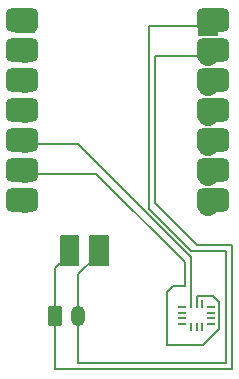
<source format=gbr>
%TF.GenerationSoftware,KiCad,Pcbnew,8.0.1*%
%TF.CreationDate,2024-04-18T20:01:03+02:00*%
%TF.ProjectId,jump,6a756d70-2e6b-4696-9361-645f70636258,rev?*%
%TF.SameCoordinates,Original*%
%TF.FileFunction,Copper,L1,Top*%
%TF.FilePolarity,Positive*%
%FSLAX46Y46*%
G04 Gerber Fmt 4.6, Leading zero omitted, Abs format (unit mm)*
G04 Created by KiCad (PCBNEW 8.0.1) date 2024-04-18 20:01:03*
%MOMM*%
%LPD*%
G01*
G04 APERTURE LIST*
G04 Aperture macros list*
%AMRoundRect*
0 Rectangle with rounded corners*
0 $1 Rounding radius*
0 $2 $3 $4 $5 $6 $7 $8 $9 X,Y pos of 4 corners*
0 Add a 4 corners polygon primitive as box body*
4,1,4,$2,$3,$4,$5,$6,$7,$8,$9,$2,$3,0*
0 Add four circle primitives for the rounded corners*
1,1,$1+$1,$2,$3*
1,1,$1+$1,$4,$5*
1,1,$1+$1,$6,$7*
1,1,$1+$1,$8,$9*
0 Add four rect primitives between the rounded corners*
20,1,$1+$1,$2,$3,$4,$5,0*
20,1,$1+$1,$4,$5,$6,$7,0*
20,1,$1+$1,$6,$7,$8,$9,0*
20,1,$1+$1,$8,$9,$2,$3,0*%
G04 Aperture macros list end*
%TA.AperFunction,NonConductor*%
%ADD10C,0.200000*%
%TD*%
%TA.AperFunction,Conductor*%
%ADD11C,0.200000*%
%TD*%
%TA.AperFunction,ComponentPad*%
%ADD12R,1.700000X1.700000*%
%TD*%
%TA.AperFunction,ComponentPad*%
%ADD13O,1.700000X1.700000*%
%TD*%
%TA.AperFunction,SMDPad,CuDef*%
%ADD14RoundRect,0.500000X-0.875000X-0.500000X0.875000X-0.500000X0.875000X0.500000X-0.875000X0.500000X0*%
%TD*%
%TA.AperFunction,SMDPad,CuDef*%
%ADD15R,0.250000X0.675000*%
%TD*%
%TA.AperFunction,SMDPad,CuDef*%
%ADD16R,0.675000X0.250000*%
%TD*%
%TA.AperFunction,ComponentPad*%
%ADD17O,1.200000X1.750000*%
%TD*%
%TA.AperFunction,ComponentPad*%
%ADD18RoundRect,0.250000X-0.350000X-0.625000X0.350000X-0.625000X0.350000X0.625000X-0.350000X0.625000X0*%
%TD*%
G04 APERTURE END LIST*
D10*
X76500000Y-58500000D02*
X80500000Y-58500000D01*
D11*
%TO.N,Net-(J1-Pin_1)*%
X76500000Y-71000000D02*
X76500000Y-58500000D01*
X80000000Y-74500000D02*
X76500000Y-71000000D01*
X83000000Y-74500000D02*
X80000000Y-74500000D01*
X83000000Y-85000000D02*
X83000000Y-74500000D01*
X68000000Y-85000000D02*
X83000000Y-85000000D01*
X68000000Y-80500000D02*
X68000000Y-85000000D01*
D10*
X80000000Y-56000000D02*
X80500000Y-56000000D01*
D11*
%TO.N,Net-(J1-Pin_2)*%
X76000000Y-56000000D02*
X80000000Y-56000000D01*
X76000000Y-71500000D02*
X76000000Y-56000000D01*
X79500000Y-75000000D02*
X76000000Y-71500000D01*
X82500000Y-75000000D02*
X79500000Y-75000000D01*
X82500000Y-84500000D02*
X82500000Y-75000000D01*
X70000000Y-84500000D02*
X82500000Y-84500000D01*
X70000000Y-80500000D02*
X70000000Y-84500000D01*
D10*
X66000000Y-68500000D02*
X67000000Y-68500000D01*
X65500000Y-66000000D02*
X67000000Y-66000000D01*
D11*
X71000000Y-73750000D02*
X72500000Y-73750000D01*
X72500000Y-76250000D01*
X71000000Y-76250000D01*
X71000000Y-73750000D01*
%TA.AperFunction,Conductor*%
G36*
X71000000Y-73750000D02*
G01*
X72500000Y-73750000D01*
X72500000Y-76250000D01*
X71000000Y-76250000D01*
X71000000Y-73750000D01*
G37*
%TD.AperFunction*%
%TO.N,Net-(J1-Pin_1)*%
X68500000Y-73750000D02*
X70000000Y-73750000D01*
X70000000Y-76250000D01*
X68500000Y-76250000D01*
X68500000Y-73750000D01*
%TA.AperFunction,Conductor*%
G36*
X68500000Y-73750000D02*
G01*
X70000000Y-73750000D01*
X70000000Y-76250000D01*
X68500000Y-76250000D01*
X68500000Y-73750000D01*
G37*
%TD.AperFunction*%
%TD*%
D12*
%TO.P,J3,1,Pin_1*%
%TO.N,Net-(J3-Pin_1)*%
X81000000Y-56000000D03*
D13*
%TO.P,J3,2,Pin_2*%
%TO.N,Net-(J3-Pin_2)*%
X81000000Y-58540000D03*
%TO.P,J3,3,Pin_3*%
%TO.N,Net-(J3-Pin_3)*%
X81000000Y-61080000D03*
%TO.P,J3,4,Pin_4*%
%TO.N,Net-(J3-Pin_4)*%
X81000000Y-63620000D03*
%TO.P,J3,5,Pin_5*%
%TO.N,Net-(J3-Pin_5)*%
X81000000Y-66160000D03*
%TO.P,J3,6,Pin_6*%
%TO.N,Net-(J3-Pin_6)*%
X81000000Y-68700000D03*
%TO.P,J3,7,Pin_7*%
%TO.N,Net-(J3-Pin_7)*%
X81000000Y-71240000D03*
%TD*%
%TO.P,J2,7,Pin_7*%
%TO.N,Net-(J2-Pin_7)*%
X65500000Y-71000000D03*
%TO.P,J2,6,Pin_6*%
%TO.N,Net-(J2-Pin_6)*%
X65500000Y-68460000D03*
%TO.P,J2,5,Pin_5*%
%TO.N,Net-(J2-Pin_5)*%
X65500000Y-65920000D03*
%TO.P,J2,4,Pin_4*%
%TO.N,Net-(J2-Pin_4)*%
X65500000Y-63380000D03*
%TO.P,J2,3,Pin_3*%
%TO.N,Net-(J2-Pin_3)*%
X65500000Y-60840000D03*
%TO.P,J2,2,Pin_2*%
%TO.N,Net-(J2-Pin_2)*%
X65500000Y-58300000D03*
D12*
%TO.P,J2,1,Pin_1*%
%TO.N,Net-(J2-Pin_1)*%
X65500000Y-55760000D03*
%TD*%
D14*
%TO.P,U1,14,5V*%
%TO.N,Net-(J3-Pin_1)*%
X81384000Y-55499250D03*
%TO.P,U1,13,GND*%
%TO.N,Net-(J3-Pin_2)*%
X81384000Y-58039250D03*
%TO.P,U1,12,3V3*%
%TO.N,Net-(J3-Pin_3)*%
X81384000Y-60579250D03*
%TO.P,U1,11,PA6_A10_D10_MOSI*%
%TO.N,Net-(J3-Pin_4)*%
X81384000Y-63119250D03*
%TO.P,U1,10,PA5_A9_D9_MISO*%
%TO.N,Net-(J3-Pin_5)*%
X81384000Y-65659250D03*
%TO.P,U1,9,PA7_A8_D8_SCK*%
%TO.N,Net-(J3-Pin_6)*%
X81384000Y-68199250D03*
%TO.P,U1,8,PB09_A7_D7_RX*%
%TO.N,Net-(J3-Pin_7)*%
X81384000Y-70739250D03*
%TO.P,U1,1,PA02_A0_D0*%
%TO.N,Net-(J2-Pin_1)*%
X65219000Y-55499250D03*
%TO.P,U1,2,PA4_A1_D1*%
%TO.N,Net-(J2-Pin_2)*%
X65219000Y-58039250D03*
%TO.P,U1,3,PA10_A2_D2*%
%TO.N,Net-(J2-Pin_3)*%
X65219000Y-60579250D03*
%TO.P,U1,4,PA11_A3_D3*%
%TO.N,Net-(J2-Pin_4)*%
X65219000Y-63119250D03*
%TO.P,U1,5,PA8_A4_D4_SDA*%
%TO.N,Net-(J2-Pin_5)*%
X65219000Y-65659250D03*
%TO.P,U1,6,PA9_A5_D5_SCL*%
%TO.N,Net-(J2-Pin_6)*%
X65219000Y-68199250D03*
%TO.P,U1,7,PB08_A6_D6_TX*%
%TO.N,Net-(J2-Pin_7)*%
X65219000Y-70739250D03*
%TD*%
D15*
%TO.P,U2,14,SDx*%
%TO.N,unconnected-(U2-SDx-Pad14)*%
X79500000Y-79475000D03*
%TO.P,U2,13,SCx*%
%TO.N,unconnected-(U2-SCx-Pad13)*%
X80000000Y-79475000D03*
%TO.P,U2,12,CSB*%
%TO.N,unconnected-(U2-CSB-Pad12)*%
X80500000Y-79475000D03*
D16*
%TO.P,U2,11,OSDO*%
%TO.N,unconnected-(U2-OSDO-Pad11)*%
X81262500Y-79737500D03*
%TO.P,U2,10,OCSB*%
%TO.N,unconnected-(U2-OCSB-Pad10)*%
X81262500Y-80237500D03*
%TO.P,U2,9,INT2*%
%TO.N,unconnected-(U2-INT2-Pad9)*%
X81262500Y-80737500D03*
%TO.P,U2,8,VDD*%
%TO.N,Net-(U2-VDD)*%
X81262500Y-81237500D03*
D15*
%TO.P,U2,7,GND*%
%TO.N,Net-(U2-GND)*%
X80500000Y-81500000D03*
%TO.P,U2,6,GNDIO*%
X80000000Y-81500000D03*
%TO.P,U2,5,VDDIO*%
%TO.N,Net-(U2-VDD)*%
X79500000Y-81500000D03*
D16*
%TO.P,U2,4,INT1*%
%TO.N,unconnected-(U2-INT1-Pad4)*%
X78737500Y-81237500D03*
%TO.P,U2,3,ASCx*%
%TO.N,unconnected-(U2-ASCx-Pad3)*%
X78737500Y-80737500D03*
%TO.P,U2,2,ASDx*%
%TO.N,unconnected-(U2-ASDx-Pad2)*%
X78737500Y-80237500D03*
%TO.P,U2,1,SDO*%
%TO.N,unconnected-(U2-SDO-Pad1)*%
X78737500Y-79737500D03*
%TD*%
D17*
%TO.P,J1,2,Pin_2*%
%TO.N,Net-(J1-Pin_2)*%
X70000000Y-80500000D03*
D18*
%TO.P,J1,1,Pin_1*%
%TO.N,Net-(J1-Pin_1)*%
X68000000Y-80500000D03*
%TD*%
D11*
%TO.N,Net-(J1-Pin_2)*%
X70000000Y-77000000D02*
X71500000Y-75500000D01*
X70000000Y-80500000D02*
X70000000Y-77000000D01*
%TO.N,Net-(J1-Pin_1)*%
X68000000Y-76500000D02*
X69000000Y-75500000D01*
X68000000Y-80500000D02*
X68000000Y-76500000D01*
%TO.N,unconnected-(U2-SCx-Pad13)*%
X71500000Y-68500000D02*
X66650000Y-68500000D01*
X79000000Y-76000000D02*
X71500000Y-68500000D01*
X79000000Y-77500000D02*
X79000000Y-76000000D01*
X79000000Y-78000000D02*
X79000000Y-77500000D01*
X78000000Y-78000000D02*
X79000000Y-78000000D01*
X77500000Y-78500000D02*
X78000000Y-78000000D01*
X80562500Y-83000000D02*
X77500000Y-83000000D01*
X81425000Y-78837500D02*
X81900000Y-79312500D01*
X81900000Y-81662500D02*
X80562500Y-83000000D01*
X77500000Y-83000000D02*
X77500000Y-78500000D01*
X80075000Y-78837500D02*
X81425000Y-78837500D01*
X81900000Y-79312500D02*
X81900000Y-81662500D01*
X80000000Y-78912500D02*
X80075000Y-78837500D01*
X80000000Y-79475000D02*
X80000000Y-78912500D01*
%TO.N,unconnected-(U2-SDx-Pad14)*%
X70000000Y-66000000D02*
X66650000Y-66000000D01*
X79500000Y-75500000D02*
X70000000Y-66000000D01*
X79500000Y-79475000D02*
X79500000Y-75500000D01*
%TD*%
M02*

</source>
